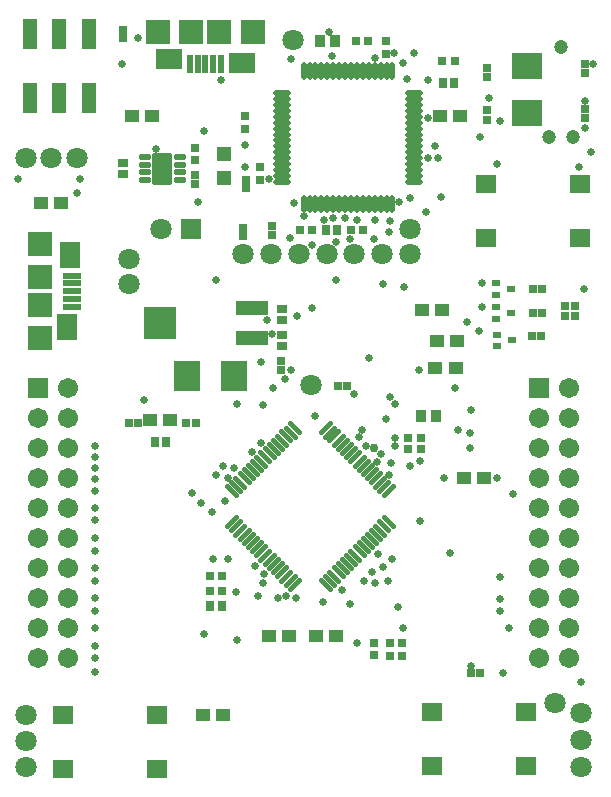
<source format=gts>
%FSDAX23Y23*%
%MOIN*%
%SFA1B1*%

%IPPOS*%
%AMD67*
4,1,8,-0.020700,0.004900,-0.020700,-0.004900,-0.014700,-0.010900,0.014700,-0.010900,0.020700,-0.004900,0.020700,0.004900,0.014700,0.010900,-0.014700,0.010900,-0.020700,0.004900,0.0*
1,1,0.012000,-0.014700,0.004900*
1,1,0.012000,-0.014700,-0.004900*
1,1,0.012000,0.014700,-0.004900*
1,1,0.012000,0.014700,0.004900*
%
%AMD68*
4,1,8,-0.033500,0.047100,-0.033500,-0.047100,-0.027500,-0.053200,0.027500,-0.053200,0.033500,-0.047100,0.033500,0.047100,0.027500,0.053200,-0.027500,0.053200,-0.033500,0.047100,0.0*
1,1,0.012140,-0.027500,0.047100*
1,1,0.012140,-0.027500,-0.047100*
1,1,0.012140,0.027500,-0.047100*
1,1,0.012140,0.027500,0.047100*
%
%AMD69*
4,1,8,-0.022300,-0.018200,-0.018200,-0.022300,-0.009700,-0.022300,0.022300,0.009700,0.022300,0.018200,0.018200,0.022300,0.009700,0.022300,-0.022300,-0.009700,-0.022300,-0.018200,0.0*
1,1,0.011940,-0.018000,-0.013900*
1,1,0.011940,-0.013900,-0.018000*
1,1,0.011940,0.018000,0.013900*
1,1,0.011940,0.013900,0.018000*
%
%AMD70*
4,1,8,0.018200,-0.022300,0.022300,-0.018200,0.022300,-0.009700,-0.009700,0.022300,-0.018200,0.022300,-0.022300,0.018200,-0.022300,0.009700,0.009700,-0.022300,0.018200,-0.022300,0.0*
1,1,0.011940,0.013900,-0.018000*
1,1,0.011940,0.018000,-0.013900*
1,1,0.011940,-0.013900,0.018000*
1,1,0.011940,-0.018000,0.013900*
%
%AMD71*
4,1,8,0.002900,0.028600,-0.002900,0.028600,-0.008900,0.022600,-0.008900,-0.022600,-0.002900,-0.028600,0.002900,-0.028600,0.008900,-0.022600,0.008900,0.022600,0.002900,0.028600,0.0*
1,1,0.011940,0.002900,0.022600*
1,1,0.011940,-0.002900,0.022600*
1,1,0.011940,-0.002900,-0.022600*
1,1,0.011940,0.002900,-0.022600*
%
%AMD72*
4,1,8,-0.028600,0.002900,-0.028600,-0.002900,-0.022600,-0.008900,0.022600,-0.008900,0.028600,-0.002900,0.028600,0.002900,0.022600,0.008900,-0.022600,0.008900,-0.028600,0.002900,0.0*
1,1,0.011940,-0.022600,0.002900*
1,1,0.011940,-0.022600,-0.002900*
1,1,0.011940,0.022600,-0.002900*
1,1,0.011940,0.022600,0.002900*
%
%ADD27R,0.045530X0.041820*%
%ADD32R,0.047240X0.047240*%
%ADD33R,0.047240X0.098430*%
%ADD48R,0.061150X0.023750*%
%ADD49R,0.070990X0.090680*%
%ADD50R,0.082800X0.078870*%
%ADD51R,0.082800X0.082800*%
%ADD52R,0.078870X0.082800*%
%ADD53R,0.082800X0.082800*%
%ADD54R,0.090680X0.070990*%
%ADD55R,0.023750X0.061150*%
%ADD56R,0.028470X0.029260*%
%ADD57R,0.029260X0.028470*%
%ADD58R,0.086740X0.102490*%
%ADD59R,0.102490X0.086740*%
%ADD60R,0.027690X0.025720*%
%ADD61R,0.025720X0.027690*%
%ADD62R,0.028000X0.022020*%
%ADD63R,0.037530X0.041470*%
%ADD64R,0.069020X0.059180*%
%ADD65R,0.031620X0.033200*%
%ADD66R,0.033200X0.031620*%
G04~CAMADD=67~8~0.0~0.0~217.8~414.7~60.0~0.0~15~0.0~0.0~0.0~0.0~0~0.0~0.0~0.0~0.0~0~0.0~0.0~0.0~90.0~414.0~218.0*
%ADD67D67*%
G04~CAMADD=68~8~0.0~0.0~1064.2~670.6~60.7~0.0~15~0.0~0.0~0.0~0.0~0~0.0~0.0~0.0~0.0~0~0.0~0.0~0.0~90.0~670.0~1064.0*
%ADD68D68*%
G04~CAMADD=69~8~0.0~0.0~178.4~572.1~59.7~0.0~15~0.0~0.0~0.0~0.0~0~0.0~0.0~0.0~0.0~0~0.0~0.0~0.0~135.0~482.0~481.0*
%ADD69D69*%
G04~CAMADD=70~8~0.0~0.0~178.4~572.1~59.7~0.0~15~0.0~0.0~0.0~0.0~0~0.0~0.0~0.0~0.0~0~0.0~0.0~0.0~225.0~482.0~481.0*
%ADD70D70*%
G04~CAMADD=71~8~0.0~0.0~178.4~572.1~59.7~0.0~15~0.0~0.0~0.0~0.0~0~0.0~0.0~0.0~0.0~0~0.0~0.0~0.0~0.0~178.4~572.1*
%ADD71D71*%
G04~CAMADD=72~8~0.0~0.0~178.4~572.1~59.7~0.0~15~0.0~0.0~0.0~0.0~0~0.0~0.0~0.0~0.0~0~0.0~0.0~0.0~90.0~572.0~178.0*
%ADD72D72*%
%ADD73R,0.031620X0.031620*%
%ADD74R,0.031620X0.031620*%
%ADD75R,0.025720X0.025720*%
%ADD76R,0.106420X0.047370*%
%ADD77R,0.106420X0.106420*%
%ADD78C,0.047020*%
%ADD79C,0.070990*%
%ADD80R,0.067060X0.067060*%
%ADD81C,0.067060*%
%ADD82R,0.070990X0.070990*%
%ADD83C,0.025720*%
%ADD84C,0.029720*%
%LNtivac-1*%
%LPD*%
G54D27*
X01601Y01040D03*
X01534D03*
X01462Y01601D03*
X01395D03*
X00886Y00512D03*
X00953D03*
X01041D03*
X01108D03*
X01444Y01495D03*
X01511D03*
X01440Y01406D03*
X01507D03*
X00666Y00250D03*
X00733D03*
X00193Y01955D03*
X00126D03*
X00428Y02246D03*
X00495D03*
X01523Y02245D03*
X01456D03*
X00556Y01234D03*
X00489D03*
G54D32*
X00735Y02038D03*
Y02121D03*
G54D33*
X00186Y02521D03*
Y02305D03*
X00088D03*
Y02521D03*
X00285D03*
Y02305D03*
G54D48*
X00228Y01713D03*
Y01688D03*
Y01662D03*
Y01637D03*
Y01611D03*
G54D49*
X00223Y01784D03*
X00213Y01542D03*
G54D50*
X00123Y01820D03*
Y01505D03*
G54D51*
X00123Y01710D03*
Y01615D03*
G54D52*
X00516Y02525D03*
X00831D03*
G54D53*
X00626Y02525D03*
X00720D03*
G54D54*
X00553Y02435D03*
X00795Y02424D03*
G54D55*
X00622Y02419D03*
X00647D03*
X00673D03*
X00699D03*
X00724D03*
G54D56*
X01613Y02405D03*
Y02375D03*
Y02234D03*
Y02265D03*
G54D57*
X00417Y01223D03*
X00448D03*
X00641D03*
X00610D03*
G54D58*
X00612Y01380D03*
X00769D03*
G54D59*
X01745Y02255D03*
Y02412D03*
G54D60*
X01792Y01514D03*
X01763D03*
X01794Y01590D03*
X01765D03*
X01794Y01670D03*
X01765D03*
X01560Y00390D03*
X01589D03*
X01115Y01345D03*
X01144D03*
G54D61*
X00800Y01845D03*
Y01874D03*
X00807Y02005D03*
Y02034D03*
X01940Y02269D03*
Y02240D03*
Y02420D03*
Y02390D03*
X00895Y01848D03*
Y01878D03*
X00400Y02505D03*
Y02534D03*
X00640Y02051D03*
Y02021D03*
X00924Y01430D03*
Y01401D03*
G54D62*
X01644Y01517D03*
Y01478D03*
X01695Y01498D03*
X01642Y01688D03*
Y01649D03*
X01693Y01669D03*
X01641Y01610D03*
Y01571D03*
X01692Y01591D03*
G54D63*
X01055Y02495D03*
X01104D03*
X01392Y01247D03*
X01441D03*
G54D64*
X00198Y00071D03*
Y00248D03*
X00511D03*
Y00071D03*
X01428Y00081D03*
Y00258D03*
X01741D03*
Y00081D03*
X01921Y02018D03*
Y01841D03*
X01608D03*
Y02018D03*
G54D65*
X01503Y02355D03*
X01466D03*
X01113Y01865D03*
X01075D03*
X00543Y01158D03*
X00506D03*
X00689Y00614D03*
X00727D03*
G54D66*
X00400Y02052D03*
Y02090D03*
X00930Y01517D03*
Y01479D03*
Y01603D03*
Y01566D03*
G54D67*
X00471Y02109D03*
Y02084D03*
Y02058D03*
Y02032D03*
X00588Y02109D03*
Y02084D03*
Y02058D03*
Y02032D03*
G54D68*
X00530Y02071D03*
G54D69*
X00971Y00683D03*
X00957Y00697D03*
X00943Y00711D03*
X00929Y00725D03*
X00915Y00739D03*
X00901Y00753D03*
X00887Y00767D03*
X00873Y00781D03*
X00860Y00795D03*
X00846Y00809D03*
X00832Y00823D03*
X00818Y00837D03*
X00804Y00850D03*
X00790Y00864D03*
X00776Y00878D03*
X00762Y00892D03*
X01075Y01205D03*
X01089Y01191D03*
X01103Y01178D03*
X01117Y01164D03*
X01131Y01150D03*
X01145Y01136D03*
X01159Y01122D03*
X01173Y01108D03*
X01187Y01094D03*
X01201Y01080D03*
X01215Y01066D03*
X01228Y01052D03*
X01242Y01038D03*
X01256Y01024D03*
X01270Y01011D03*
X01284Y00997D03*
G54D70*
X00762Y00997D03*
X00776Y01011D03*
X00790Y01024D03*
X00804Y01038D03*
X00818Y01052D03*
X00832Y01066D03*
X00846Y01080D03*
X00860Y01094D03*
X00873Y01108D03*
X00887Y01122D03*
X00901Y01136D03*
X00915Y01150D03*
X00929Y01164D03*
X00943Y01178D03*
X00957Y01191D03*
X00971Y01205D03*
X01284Y00892D03*
X01270Y00878D03*
X01256Y00864D03*
X01242Y00850D03*
X01228Y00837D03*
X01215Y00823D03*
X01201Y00809D03*
X01187Y00795D03*
X01173Y00781D03*
X01159Y00767D03*
X01145Y00753D03*
X01131Y00739D03*
X01117Y00725D03*
X01103Y00711D03*
X01089Y00697D03*
X01075Y00683D03*
G54D71*
X01001Y02396D03*
X01021D03*
X01040D03*
X01060D03*
X01080D03*
X01099D03*
X01119D03*
X01139D03*
X01158D03*
X01178D03*
X01198D03*
X01218D03*
X01237D03*
X01257D03*
X01277D03*
X01296D03*
Y01953D03*
X01277D03*
X01257D03*
X01237D03*
X01218D03*
X01198D03*
X01178D03*
X01158D03*
X01139D03*
X01119D03*
X01099D03*
X01080D03*
X01060D03*
X01040D03*
X01021D03*
X01001D03*
G54D72*
X01370Y02322D03*
Y02302D03*
Y02283D03*
Y02263D03*
Y02243D03*
Y02224D03*
Y02204D03*
Y02184D03*
Y02165D03*
Y02145D03*
Y02125D03*
Y02106D03*
Y02086D03*
Y02066D03*
Y02047D03*
Y02027D03*
X00927D03*
Y02047D03*
Y02066D03*
Y02086D03*
Y02106D03*
Y02125D03*
Y02145D03*
Y02165D03*
Y02184D03*
Y02204D03*
Y02224D03*
Y02243D03*
Y02263D03*
Y02283D03*
Y02302D03*
Y02322D03*
G54D73*
X01391Y01135D03*
X01350D03*
X00729Y00714D03*
X00687D03*
X01329Y00445D03*
X01288D03*
X01329Y00490D03*
X01288D03*
X01391Y01173D03*
X01350D03*
X01159Y01865D03*
X01200D03*
X01505Y02430D03*
X01463D03*
X00989Y01865D03*
X01030D03*
X01215Y02495D03*
X01174D03*
X00687Y00664D03*
X00729D03*
G54D74*
X01235Y00449D03*
Y00490D03*
X00805Y02245D03*
Y02204D03*
X00640Y02100D03*
Y02141D03*
X01275Y02495D03*
Y02454D03*
X00855Y02075D03*
Y02034D03*
G54D75*
X01873Y01614D03*
Y01581D03*
X01906D03*
Y01614D03*
G54D76*
X00828Y01507D03*
Y01606D03*
G54D77*
X00523Y01557D03*
G54D78*
X01860Y02475D03*
X01899Y02175D03*
X01820D03*
G54D79*
X01025Y01350D03*
X01925Y00165D03*
X00075Y00162D03*
Y00250D03*
X01925Y00255D03*
X01170Y01785D03*
X00965Y02500D03*
X00075Y00075D03*
X01840Y00290D03*
X01925Y00075D03*
X00160Y02105D03*
X01262Y01785D03*
X01355D03*
X00800D03*
X00892D03*
X01077D03*
X00985D03*
X00420Y01770D03*
Y01685D03*
X00075Y02105D03*
X00245D03*
X01355Y01870D03*
X00525Y01870D03*
G54D80*
X00115Y01340D03*
X01785D03*
G54D81*
X00215Y01340D03*
X00115Y01240D03*
X00215D03*
X00115Y01140D03*
X00215D03*
X00115Y01040D03*
X00215D03*
X00115Y00940D03*
X00215D03*
X00115Y00840D03*
X00215D03*
X00115Y00740D03*
X00215D03*
X00115Y00640D03*
X00215D03*
X00115Y00540D03*
X00215D03*
X00115Y00440D03*
X00215D03*
X01885Y01340D03*
X01785Y01240D03*
X01885D03*
X01785Y01140D03*
X01885D03*
X01785Y01040D03*
X01885D03*
X01785Y00940D03*
X01885D03*
X01785Y00840D03*
X01885D03*
X01785Y00740D03*
X01885D03*
X01785Y00640D03*
X01885D03*
X01785Y00540D03*
X01885D03*
X01785Y00440D03*
X01885D03*
G54D82*
X00625Y01870D03*
G54D83*
X00725Y02365D03*
X01209Y01145D03*
X01245Y01094D03*
X01040Y01245D03*
X01265Y00744D03*
X00830Y01125D03*
X00900Y01340D03*
X00710Y01050D03*
X00943Y00646D03*
X01250Y00785D03*
X00840Y00747D03*
X01282Y00697D03*
X01355Y01080D03*
X01195Y01200D03*
X01240Y00690D03*
X01331Y00540D03*
X00980Y01580D03*
X00975Y00640D03*
X01560Y01265D03*
X00960Y01400D03*
X00748Y01041D03*
X00775Y00661D03*
X00870Y00720D03*
X01260Y01120D03*
X01230Y00725D03*
X01305Y01285D03*
X00660Y00955D03*
X01065Y00625D03*
X01290Y01310D03*
X00770Y01073D03*
X00732Y01080D03*
X00864Y01284D03*
X00750Y00768D03*
X01385Y01400D03*
X00915Y00638D03*
X01202Y00697D03*
X01515Y01200D03*
X01285Y01050D03*
X00865Y00690D03*
X00696Y00925D03*
X01291Y01088D03*
X00630Y00990D03*
X01130Y00665D03*
X01295Y00770D03*
X01185Y01175D03*
X00737Y00962D03*
X00860Y01155D03*
X00700Y00770D03*
X00650Y01960D03*
X01935Y01670D03*
X01960Y02125D03*
X00780Y00500D03*
X01305Y01145D03*
X01440Y02145D03*
X00955Y01840D03*
X01320Y01960D03*
X00245Y01990D03*
X01450Y02105D03*
X01415Y02240D03*
X01178Y01898D03*
X00670Y00520D03*
X00507Y02137D03*
X01645Y02085D03*
X01390Y01095D03*
X01617Y02305D03*
X01920Y02075D03*
X01940Y02205D03*
X01415Y02105D03*
X01085Y02525D03*
X00670Y02195D03*
X01100Y01905D03*
X01070Y01900D03*
X00940Y01370D03*
X01460Y01975D03*
X01410Y01925D03*
X01239Y01899D03*
X01290Y01895D03*
X01355Y01974D03*
X01315Y00610D03*
X01555Y01140D03*
Y01190D03*
X01490Y00790D03*
X00894Y01520D03*
X00860Y01425D03*
X00880Y01565D03*
X01030Y01605D03*
X00305Y00995D03*
X00850Y00645D03*
X00305Y00440D03*
Y00393D03*
Y00480D03*
Y00540D03*
X01155Y00620D03*
X00305Y00595D03*
Y00640D03*
Y00695D03*
Y00740D03*
Y00795D03*
Y00840D03*
Y00900D03*
Y00940D03*
Y01035D03*
Y01073D03*
Y01109D03*
Y01145D03*
X01155Y01835D03*
X01275Y01235D03*
X01170Y01320D03*
X01220Y01440D03*
X01505Y01340D03*
X01335Y01675D03*
X01265Y01685D03*
X00470Y01300D03*
X00780Y01285D03*
X01110Y01700D03*
X00710D03*
X01235Y01835D03*
X01002Y01912D03*
X01285Y01860D03*
X01110Y01825D03*
X01030Y01815D03*
X00969Y01955D03*
X01140Y01905D03*
X01095Y02445D03*
X00255Y02035D03*
X00050D03*
X01370Y02455D03*
X01301D03*
X01332Y02422D03*
X01940Y02295D03*
X00960Y02435D03*
X00805Y02075D03*
Y02150D03*
X00395Y02420D03*
X01926Y00361D03*
X01560Y00412D03*
X01390Y00895D03*
X01645Y01040D03*
X01665Y00390D03*
X01305Y01173D03*
X01655Y00710D03*
Y00635D03*
Y00595D03*
X01345Y02370D03*
X01240Y02440D03*
X01965Y02420D03*
X01590Y02175D03*
X01656Y02228D03*
X01415Y02365D03*
X00450Y02505D03*
X01470Y01040D03*
X01700Y00985D03*
X01685Y00540D03*
X01180Y00490D03*
X01595Y01690D03*
X01545Y01560D03*
X01595Y01610D03*
X01585Y01530D03*
X00885Y02035D03*
G54D84*
X01235Y01139D03*
M02*
</source>
